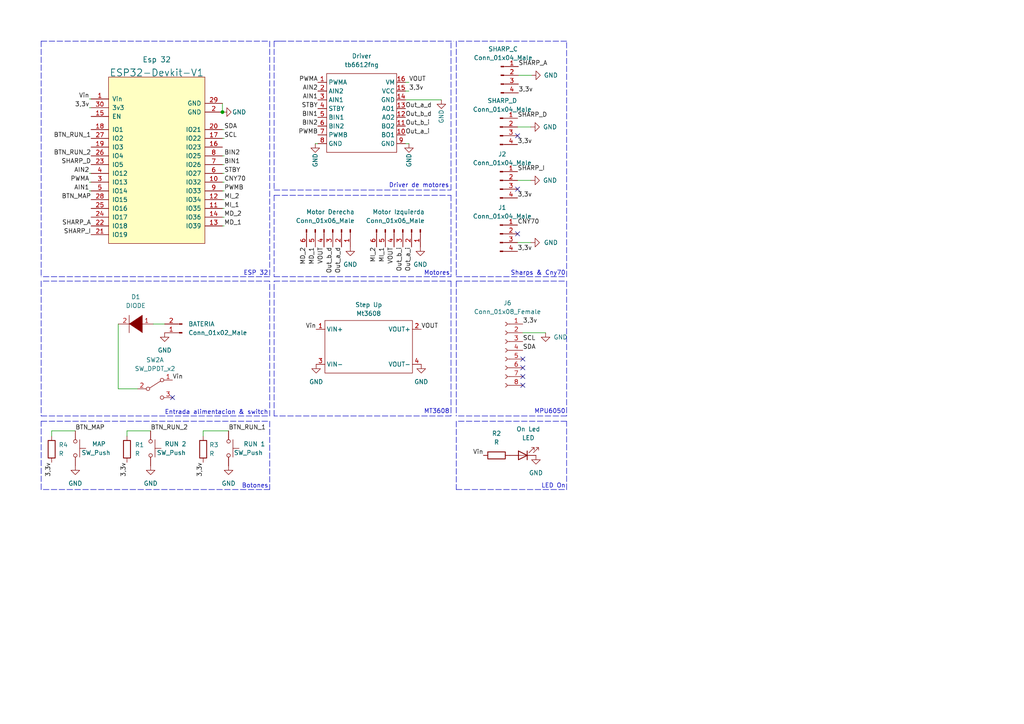
<source format=kicad_sch>
(kicad_sch (version 20211123) (generator eeschema)
  (paper "A4")
  (lib_symbols
    (symbol "Connector:Conn_01x02_Male" (pin_names (offset 1.016) hide)
      (property "Reference" "J" (at 0 2.54 0))
      (property "Value" "Conn_01x02_Male" (at 0 -5.08 0))
      (symbol "Conn_01x02_Male_1_1"
        (polyline (pts (xy 1.27 -2.54) (xy 0.8636 -2.54)) (stroke (width 0.1524)))
        (polyline (pts (xy 1.27 0) (xy 0.8636 0)) (stroke (width 0.1524)))
        (rectangle (start 0.8636 -2.413) (end 0 -2.667) (stroke (width 0.1524)) (fill (type outline)))
        (rectangle (start 0.8636 0.127) (end 0 -0.127) (stroke (width 0.1524)) (fill (type outline)))
        (pin passive line (at 5.08 0 180) (length 3.81) (name "Pin_1") (number "1"))
        (pin passive line (at 5.08 -2.54 180) (length 3.81) (name "Pin_2") (number "2"))
      )
    )
    (symbol "Connector:Conn_01x04_Male" (pin_names (offset 1.016) hide)
      (property "Reference" "J" (at 0 5.08 0))
      (property "Value" "Conn_01x04_Male" (at 0 -7.62 0))
      (symbol "Conn_01x04_Male_1_1"
        (polyline (pts (xy 1.27 -5.08) (xy 0.8636 -5.08)) (stroke (width 0.1524)))
        (polyline (pts (xy 1.27 -2.54) (xy 0.8636 -2.54)) (stroke (width 0.1524)))
        (polyline (pts (xy 1.27 0) (xy 0.8636 0)) (stroke (width 0.1524)))
        (polyline (pts (xy 1.27 2.54) (xy 0.8636 2.54)) (stroke (width 0.1524)))
        (rectangle (start 0.8636 -4.953) (end 0 -5.207) (stroke (width 0.1524)) (fill (type outline)))
        (rectangle (start 0.8636 -2.413) (end 0 -2.667) (stroke (width 0.1524)) (fill (type outline)))
        (rectangle (start 0.8636 0.127) (end 0 -0.127) (stroke (width 0.1524)) (fill (type outline)))
        (rectangle (start 0.8636 2.667) (end 0 2.413) (stroke (width 0.1524)) (fill (type outline)))
        (pin passive line (at 5.08 2.54 180) (length 3.81) (name "Pin_1") (number "1"))
        (pin passive line (at 5.08 0 180) (length 3.81) (name "Pin_2") (number "2"))
        (pin passive line (at 5.08 -2.54 180) (length 3.81) (name "Pin_3") (number "3"))
        (pin passive line (at 5.08 -5.08 180) (length 3.81) (name "Pin_4") (number "4"))
      )
    )
    (symbol "Connector:Conn_01x06_Male" (pin_names (offset 1.016) hide)
      (property "Reference" "J" (at 0 7.62 0))
      (property "Value" "Conn_01x06_Male" (at 0 -10.16 0))
      (symbol "Conn_01x06_Male_1_1"
        (polyline (pts (xy 1.27 -7.62) (xy 0.8636 -7.62)) (stroke (width 0.1524)))
        (polyline (pts (xy 1.27 -5.08) (xy 0.8636 -5.08)) (stroke (width 0.1524)))
        (polyline (pts (xy 1.27 -2.54) (xy 0.8636 -2.54)) (stroke (width 0.1524)))
        (polyline (pts (xy 1.27 0) (xy 0.8636 0)) (stroke (width 0.1524)))
        (polyline (pts (xy 1.27 2.54) (xy 0.8636 2.54)) (stroke (width 0.1524)))
        (polyline (pts (xy 1.27 5.08) (xy 0.8636 5.08)) (stroke (width 0.1524)))
        (rectangle (start 0.8636 -7.493) (end 0 -7.747) (stroke (width 0.1524)) (fill (type outline)))
        (rectangle (start 0.8636 -4.953) (end 0 -5.207) (stroke (width 0.1524)) (fill (type outline)))
        (rectangle (start 0.8636 -2.413) (end 0 -2.667) (stroke (width 0.1524)) (fill (type outline)))
        (rectangle (start 0.8636 0.127) (end 0 -0.127) (stroke (width 0.1524)) (fill (type outline)))
        (rectangle (start 0.8636 2.667) (end 0 2.413) (stroke (width 0.1524)) (fill (type outline)))
        (rectangle (start 0.8636 5.207) (end 0 4.953) (stroke (width 0.1524)) (fill (type outline)))
        (pin passive line (at 5.08 5.08 180) (length 3.81) (name "Pin_1") (number "1"))
        (pin passive line (at 5.08 2.54 180) (length 3.81) (name "Pin_2") (number "2"))
        (pin passive line (at 5.08 0 180) (length 3.81) (name "Pin_3") (number "3"))
        (pin passive line (at 5.08 -2.54 180) (length 3.81) (name "Pin_4") (number "4"))
        (pin passive line (at 5.08 -5.08 180) (length 3.81) (name "Pin_5") (number "5"))
        (pin passive line (at 5.08 -7.62 180) (length 3.81) (name "Pin_6") (number "6"))
      )
    )
    (symbol "Connector:Conn_01x08_Female" (pin_names (offset 1.016) hide)
      (property "Reference" "J" (at 0 10.16 0))
      (property "Value" "Conn_01x08_Female" (at 0 -12.7 0))
      (symbol "Conn_01x08_Female_1_1"
        (arc (start 0 -9.652) (mid -0.508 -10.16) (end 0 -10.668) (stroke (width 0.1524)))
        (arc (start 0 -7.112) (mid -0.508 -7.62) (end 0 -8.128) (stroke (width 0.1524)))
        (arc (start 0 -4.572) (mid -0.508 -5.08) (end 0 -5.588) (stroke (width 0.1524)))
        (arc (start 0 -2.032) (mid -0.508 -2.54) (end 0 -3.048) (stroke (width 0.1524)))
        (polyline (pts (xy -1.27 -10.16) (xy -0.508 -10.16)) (stroke (width 0.1524)))
        (polyline (pts (xy -1.27 -7.62) (xy -0.508 -7.62)) (stroke (width 0.1524)))
        (polyline (pts (xy -1.27 -5.08) (xy -0.508 -5.08)) (stroke (width 0.1524)))
        (polyline (pts (xy -1.27 -2.54) (xy -0.508 -2.54)) (stroke (width 0.1524)))
        (polyline (pts (xy -1.27 0) (xy -0.508 0)) (stroke (width 0.1524)))
        (polyline (pts (xy -1.27 2.54) (xy -0.508 2.54)) (stroke (width 0.1524)))
        (polyline (pts (xy -1.27 5.08) (xy -0.508 5.08)) (stroke (width 0.1524)))
        (polyline (pts (xy -1.27 7.62) (xy -0.508 7.62)) (stroke (width 0.1524)))
        (arc (start 0 0.508) (mid -0.508 0) (end 0 -0.508) (stroke (width 0.1524)))
        (arc (start 0 3.048) (mid -0.508 2.54) (end 0 2.032) (stroke (width 0.1524)))
        (arc (start 0 5.588) (mid -0.508 5.08) (end 0 4.572) (stroke (width 0.1524)))
        (arc (start 0 8.128) (mid -0.508 7.62) (end 0 7.112) (stroke (width 0.1524)))
        (pin passive line (at -5.08 7.62 0) (length 3.81) (name "Pin_1") (number "1"))
        (pin passive line (at -5.08 5.08 0) (length 3.81) (name "Pin_2") (number "2"))
        (pin passive line (at -5.08 2.54 0) (length 3.81) (name "Pin_3") (number "3"))
        (pin passive line (at -5.08 0 0) (length 3.81) (name "Pin_4") (number "4"))
        (pin passive line (at -5.08 -2.54 0) (length 3.81) (name "Pin_5") (number "5"))
        (pin passive line (at -5.08 -5.08 0) (length 3.81) (name "Pin_6") (number "6"))
        (pin passive line (at -5.08 -7.62 0) (length 3.81) (name "Pin_7") (number "7"))
        (pin passive line (at -5.08 -10.16 0) (length 3.81) (name "Pin_8") (number "8"))
      )
    )
    (symbol "Device:LED" (pin_numbers hide) (pin_names (offset 1.016) hide)
      (property "Reference" "D" (at 0 2.54 0))
      (property "Value" "LED" (at 0 -2.54 0))
      (symbol "LED_0_1"
        (polyline (pts (xy -1.27 -1.27) (xy -1.27 1.27)) (stroke (width 0.254)))
        (polyline (pts (xy -1.27 0) (xy 1.27 0)))
        (polyline (pts (xy 1.27 -1.27) (xy 1.27 1.27) (xy -1.27 0) (xy 1.27 -1.27)) (stroke (width 0.254)))
        (polyline (pts (xy -3.048 -0.762) (xy -4.572 -2.286) (xy -3.81 -2.286) (xy -4.572 -2.286) (xy -4.572 -1.524)))
        (polyline (pts (xy -1.778 -0.762) (xy -3.302 -2.286) (xy -2.54 -2.286) (xy -3.302 -2.286) (xy -3.302 -1.524)))
      )
      (symbol "LED_1_1"
        (pin passive line (at -3.81 0 0) (length 2.54) (name "K") (number "1"))
        (pin passive line (at 3.81 0 180) (length 2.54) (name "A") (number "2"))
      )
    )
    (symbol "Device:R" (pin_numbers hide) (pin_names (offset 0))
      (property "Reference" "R" (at 2.032 0 90))
      (property "Value" "R" (at 0 0 90))
      (symbol "R_0_1"
        (rectangle (start -1.016 -2.54) (end 1.016 2.54) (stroke (width 0.254)))
      )
      (symbol "R_1_1"
        (pin passive line (at 0 3.81 270) (length 1.27) (name "~") (number "1"))
        (pin passive line (at 0 -3.81 90) (length 1.27) (name "~") (number "2"))
      )
    )
    (symbol "Switch:SW_DPDT_x2" (pin_names (offset 0) hide)
      (property "Reference" "SW" (at 0 4.318 0))
      (property "Value" "SW_DPDT_x2" (at 0 -5.08 0))
      (symbol "SW_DPDT_x2_0_0"
        (circle (center -2.032 0) (radius 0.508))
        (circle (center 2.032 -2.54) (radius 0.508))
      )
      (symbol "SW_DPDT_x2_0_1"
        (polyline (pts (xy -1.524 0.254) (xy 1.651 2.286)))
        (circle (center 2.032 2.54) (radius 0.508))
      )
      (symbol "SW_DPDT_x2_1_1"
        (pin passive line (at 5.08 2.54 180) (length 2.54) (name "A") (number "1"))
        (pin passive line (at -5.08 0 0) (length 2.54) (name "B") (number "2"))
        (pin passive line (at 5.08 -2.54 180) (length 2.54) (name "C") (number "3"))
      )
      (symbol "SW_DPDT_x2_2_1"
        (pin passive line (at 5.08 2.54 180) (length 2.54) (name "A") (number "4"))
        (pin passive line (at -5.08 0 0) (length 2.54) (name "B") (number "5"))
        (pin passive line (at 5.08 -2.54 180) (length 2.54) (name "C") (number "6"))
      )
    )
    (symbol "Switch:SW_Push" (pin_numbers hide) (pin_names (offset 1.016) hide)
      (property "Reference" "SW" (at 1.27 2.54 0))
      (property "Value" "SW_Push" (at 0 -1.524 0))
      (symbol "SW_Push_0_1"
        (circle (center -2.032 0) (radius 0.508))
        (polyline (pts (xy 0 1.27) (xy 0 3.048)))
        (polyline (pts (xy 2.54 1.27) (xy -2.54 1.27)))
        (circle (center 2.032 0) (radius 0.508))
        (pin passive line (at -5.08 0 0) (length 2.54) (name "1") (number "1"))
        (pin passive line (at 5.08 0 180) (length 2.54) (name "2") (number "2"))
      )
    )
    (symbol "esp32-devkit-v1:ESP32-Devkit-V1" (pin_names (offset 1.016))
      (property "Reference" "U" (at 13.97 -21.59 0))
      (property "Value" "ESP32-Devkit-V1" (at 13.97 -2.54 0))
      (symbol "ESP32-Devkit-V1_0_1"
        (rectangle (start 0 0) (end 27.94 -48.26) (fill (type background)))
      )
      (symbol "ESP32-Devkit-V1_1_1"
        (pin power_in line (at -5.08 -6.35 0) (length 5.08) (name "Vin") (number "1"))
        (pin bidirectional line (at 33.02 -30.48 180) (length 5.08) (name "IO32") (number "10"))
        (pin bidirectional line (at 33.02 -38.1 180) (length 5.08) (name "IO35") (number "11"))
        (pin bidirectional line (at 33.02 -35.56 180) (length 5.08) (name "IO34") (number "12"))
        (pin bidirectional line (at 33.02 -43.18 180) (length 5.08) (name "IO39") (number "13"))
        (pin bidirectional line (at 33.02 -40.64 180) (length 5.08) (name "IO36") (number "14"))
        (pin input line (at -5.08 -11.43 0) (length 5.08) (name "EN") (number "15"))
        (pin bidirectional line (at 33.02 -20.32 180) (length 5.08) (name "IO23") (number "16"))
        (pin bidirectional line (at 33.02 -17.78 180) (length 5.08) (name "IO22") (number "17"))
        (pin bidirectional line (at -5.08 -15.24 0) (length 5.08) (name "IO1") (number "18"))
        (pin bidirectional line (at -5.08 -20.32 0) (length 5.08) (name "IO3") (number "19"))
        (pin power_out line (at 33.02 -10.16 180) (length 5.08) (name "GND") (number "2"))
        (pin bidirectional line (at 33.02 -15.24 180) (length 5.08) (name "IO21") (number "20"))
        (pin bidirectional line (at -5.08 -45.72 0) (length 5.08) (name "IO19") (number "21"))
        (pin bidirectional line (at -5.08 -43.18 0) (length 5.08) (name "IO18") (number "22"))
        (pin bidirectional line (at -5.08 -25.4 0) (length 5.08) (name "IO5") (number "23"))
        (pin bidirectional line (at -5.08 -40.64 0) (length 5.08) (name "IO17") (number "24"))
        (pin bidirectional line (at -5.08 -38.1 0) (length 5.08) (name "IO16") (number "25"))
        (pin bidirectional line (at -5.08 -22.86 0) (length 5.08) (name "IO4") (number "26"))
        (pin bidirectional line (at -5.08 -17.78 0) (length 5.08) (name "IO2") (number "27"))
        (pin bidirectional line (at -5.08 -35.56 0) (length 5.08) (name "IO15") (number "28"))
        (pin power_out line (at 33.02 -7.62 180) (length 5.08) (name "GND") (number "29"))
        (pin bidirectional line (at -5.08 -30.48 0) (length 5.08) (name "IO13") (number "3"))
        (pin power_out line (at -5.08 -8.89 0) (length 5.08) (name "3v3") (number "30"))
        (pin bidirectional line (at -5.08 -27.94 0) (length 5.08) (name "IO12") (number "4"))
        (pin bidirectional line (at -5.08 -33.02 0) (length 5.08) (name "IO14") (number "5"))
        (pin bidirectional line (at 33.02 -27.94 180) (length 5.08) (name "IO27") (number "6"))
        (pin bidirectional line (at 33.02 -25.4 180) (length 5.08) (name "IO26") (number "7"))
        (pin bidirectional line (at 33.02 -22.86 180) (length 5.08) (name "IO25") (number "8"))
        (pin bidirectional line (at 33.02 -33.02 180) (length 5.08) (name "IO33") (number "9"))
      )
    )
    (symbol "power:GND" (power) (pin_names (offset 0))
      (property "Value" "GND" (at 0 -3.81 0))
      (symbol "GND_0_1"
        (polyline (pts (xy 0 0) (xy 0 -1.27) (xy 1.27 -1.27) (xy 0 -2.54) (xy -1.27 -1.27) (xy 0 -1.27)))
      )
      (symbol "GND_1_1"
        (pin power_in line (at 0 0 270) (length 0) hide (name "GND") (number "1"))
      )
    )
    (symbol "propios:Mt3608"
      (property "Reference" "U" (at 0 0 0))
      (property "Value" "Mt3608" (at 0 0 0))
      (symbol "Mt3608_0_1"
        (rectangle (start -12.7 -2.54) (end 12.7 -17.78))
      )
      (symbol "Mt3608_1_1"
        (pin input line (at -15.24 -5.08 0) (length 2.54) (name "VIN+") (number "1"))
        (pin input line (at 15.24 -5.08 180) (length 2.54) (name "VOUT+") (number "2"))
        (pin input line (at -15.24 -15.24 0) (length 2.54) (name "VIN-") (number "3"))
        (pin input line (at 15.24 -15.24 180) (length 2.54) (name "VOUT-") (number "4"))
      )
    )
    (symbol "propios:tb6612fng"
      (property "Reference" "U" (at 0 0 0))
      (property "Value" "tb6612fng" (at 0 0 0))
      (symbol "tb6612fng_0_1"
        (rectangle (start -10.16 -2.54) (end 10.16 -25.4))
      )
      (symbol "tb6612fng_1_1"
        (pin input line (at -12.7 -5.08 0) (length 2.54) (name "PWMA") (number "1"))
        (pin input line (at 12.7 -20.32 180) (length 2.54) (name "BO1") (number "10"))
        (pin input line (at 12.7 -17.78 180) (length 2.54) (name "BO2") (number "11"))
        (pin input line (at 12.7 -15.24 180) (length 2.54) (name "AO2") (number "12"))
        (pin input line (at 12.7 -12.7 180) (length 2.54) (name "AO1") (number "13"))
        (pin input line (at 12.7 -10.16 180) (length 2.54) (name "GND") (number "14"))
        (pin input line (at 12.7 -7.62 180) (length 2.54) (name "VCC") (number "15"))
        (pin input line (at 12.7 -5.08 180) (length 2.54) (name "VM") (number "16"))
        (pin input line (at -12.7 -7.62 0) (length 2.54) (name "AIN2") (number "2"))
        (pin input line (at -12.7 -10.16 0) (length 2.54) (name "AIN1") (number "3"))
        (pin input line (at -12.7 -12.7 0) (length 2.54) (name "STBY") (number "4"))
        (pin input line (at -12.7 -15.24 0) (length 2.54) (name "BIN1") (number "5"))
        (pin input line (at -12.7 -17.78 0) (length 2.54) (name "BIN2") (number "6"))
        (pin input line (at -12.7 -20.32 0) (length 2.54) (name "PWMB") (number "7"))
        (pin input line (at -12.7 -22.86 0) (length 2.54) (name "GND") (number "8"))
        (pin input line (at 12.7 -22.86 180) (length 2.54) (name "GND") (number "9"))
      )
    )
    (symbol "pspice:DIODE" (pin_names (offset 1.016) hide)
      (property "Reference" "D" (at 0 3.81 0))
      (property "Value" "DIODE" (at 0 -4.445 0))
      (symbol "DIODE_0_1"
        (polyline (pts (xy 1.905 2.54) (xy 1.905 -2.54)))
        (polyline (pts (xy -1.905 2.54) (xy -1.905 -2.54) (xy 1.905 0)) (fill (type outline)))
      )
      (symbol "DIODE_1_1"
        (pin input line (at -5.08 0 0) (length 3.81) (name "K") (number "1"))
        (pin input line (at 5.08 0 180) (length 3.81) (name "A") (number "2"))
      )
    )
  )
  (junction (at 64.516 32.512))
  (no_connect (at 150.114 67.818))
  (no_connect (at 50.038 115.316))
  (no_connect (at 151.638 104.14))
  (no_connect (at 151.638 106.68))
  (no_connect (at 151.638 109.22))
  (no_connect (at 151.638 111.76))
  (no_connect (at 150.114 54.864))
  (no_connect (at 150.114 39.37))
  (wire (pts (xy 153.924 52.324) (xy 150.114 52.324)))
  (wire (pts (xy 65.024 52.832) (xy 64.516 52.832)))
  (wire (pts (xy 43.688 124.968) (xy 36.83 124.968)))
  (wire (pts (xy 65.024 37.592) (xy 64.516 37.592)))
  (wire (pts (xy 65.024 60.452) (xy 64.516 60.452)))
  (wire (pts (xy 153.924 36.83) (xy 150.114 36.83)))
  (wire (pts (xy 58.928 124.968) (xy 66.294 124.968)))
  (polyline (pts (xy 11.938 11.938) (xy 78.232 11.938)))
  (wire (pts (xy 25.908 55.372) (xy 26.416 55.372)))
  (wire (pts (xy 65.024 47.752) (xy 64.516 47.752)))
  (wire (pts (xy 65.024 62.992) (xy 64.516 62.992)))
  (wire (pts (xy 34.29 93.98) (xy 34.29 112.776)))
  (wire (pts (xy 118.618 23.876) (xy 117.602 23.876)))
  (polyline (pts (xy 11.938 122.174) (xy 78.232 122.174)))
  (polyline (pts (xy 78.232 80.264) (xy 11.938 80.264)))
  (polyline (pts (xy 79.502 56.642) (xy 79.502 80.264)))
  (wire (pts (xy 128.016 28.956) (xy 117.602 28.956)))
  (polyline (pts (xy 79.502 11.938) (xy 81.28 11.938)))
  (wire (pts (xy 65.024 65.532) (xy 64.516 65.532)))
  (wire (pts (xy 14.986 124.968) (xy 14.986 126.492)))
  (wire (pts (xy 65.024 55.372) (xy 64.516 55.372)))
  (polyline (pts (xy 130.81 56.642) (xy 130.81 80.264)))
  (polyline (pts (xy 79.502 55.118) (xy 130.81 55.118)))
  (polyline (pts (xy 11.938 81.534) (xy 11.938 120.65)))
  (polyline (pts (xy 11.938 141.986) (xy 11.938 122.174)))
  (polyline (pts (xy 132.334 122.174) (xy 132.334 141.986)))
  (polyline (pts (xy 81.28 11.938) (xy 131.572 11.938)))
  (wire (pts (xy 36.83 124.968) (xy 36.83 126.492)))
  (polyline (pts (xy 130.81 81.534) (xy 130.81 120.65)))
  (wire (pts (xy 65.024 40.132) (xy 64.516 40.132)))
  (polyline (pts (xy 164.338 120.65) (xy 132.334 120.65)))
  (wire (pts (xy 118.618 26.416) (xy 117.602 26.416)))
  (polyline (pts (xy 132.334 81.534) (xy 132.334 120.65)))
  (polyline (pts (xy 132.334 81.534) (xy 164.338 81.534)))
  (polyline (pts (xy 164.338 122.174) (xy 132.334 122.174)))
  (polyline (pts (xy 79.502 81.534) (xy 130.81 81.534)))
  (wire (pts (xy 158.242 96.52) (xy 151.638 96.52)))
  (wire (pts (xy 118.618 41.656) (xy 117.602 41.656)))
  (polyline (pts (xy 132.334 11.938) (xy 132.334 80.264)))
  (wire (pts (xy 25.908 31.242) (xy 26.416 31.242)))
  (polyline (pts (xy 79.502 80.264) (xy 130.81 80.264)))
  (polyline (pts (xy 78.232 141.986) (xy 11.938 141.986)))
  (wire (pts (xy 65.024 57.912) (xy 64.516 57.912)))
  (wire (pts (xy 64.516 29.972) (xy 64.516 32.512)))
  (wire (pts (xy 65.024 50.292) (xy 64.516 50.292)))
  (polyline (pts (xy 78.232 81.534) (xy 11.938 81.534)))
  (polyline (pts (xy 132.334 80.264) (xy 164.338 80.264)))
  (wire (pts (xy 21.844 124.968) (xy 14.986 124.968)))
  (wire (pts (xy 39.878 112.776) (xy 34.29 112.776)))
  (polyline (pts (xy 130.81 120.65) (xy 79.502 120.65)))
  (polyline (pts (xy 164.338 11.938) (xy 132.334 11.938)))
  (wire (pts (xy 154.178 21.844) (xy 150.368 21.844)))
  (polyline (pts (xy 78.232 120.65) (xy 78.232 81.534)))
  (polyline (pts (xy 164.338 81.534) (xy 164.338 120.65)))
  (polyline (pts (xy 132.334 141.986) (xy 164.338 141.986)))
  (wire (pts (xy 65.024 45.212) (xy 64.516 45.212)))
  (wire (pts (xy 153.924 70.358) (xy 150.114 70.358)))
  (polyline (pts (xy 164.338 141.986) (xy 164.338 122.174)))
  (polyline (pts (xy 79.502 120.65) (xy 79.502 81.534)))
  (polyline (pts (xy 79.502 56.642) (xy 130.81 56.642)))
  (wire (pts (xy 25.908 52.832) (xy 26.416 52.832)))
  (wire (pts (xy 58.928 124.968) (xy 58.928 126.492)))
  (polyline (pts (xy 11.938 11.938) (xy 11.938 80.264)))
  (polyline (pts (xy 78.232 122.174) (xy 78.232 141.986)))
  (wire (pts (xy 25.908 28.702) (xy 26.416 28.702)))
  (polyline (pts (xy 164.338 80.264) (xy 164.338 11.938)))
  (wire (pts (xy 25.908 50.292) (xy 26.416 50.292)))
  (polyline (pts (xy 78.232 11.938) (xy 78.232 80.264)))
  (polyline (pts (xy 130.81 55.118) (xy 130.81 11.938)))
  (polyline (pts (xy 79.502 11.938) (xy 79.502 55.118)))
  (wire (pts (xy 91.44 41.656) (xy 92.202 41.656)))
  (polyline (pts (xy 11.938 120.65) (xy 78.232 120.65)))
  (wire (pts (xy 44.45 93.98) (xy 47.752 93.98)))
  (text "Driver de motores\n" (at 112.776 54.61 0) (effects (font (size 1.27 1.27)) (justify left bottom)))
  (text "Motores\n" (at 122.936 80.01 0) (effects (font (size 1.27 1.27)) (justify left bottom)))
  (text "LED On\n" (at 156.972 141.732 0) (effects (font (size 1.27 1.27)) (justify left bottom)))
  (text "ESP 32\n" (at 70.612 80.01 0) (effects (font (size 1.27 1.27)) (justify left bottom)))
  (text "Entrada alimentacion & switch\n" (at 47.752 120.396 0) (effects (font (size 1.27 1.27)) (justify left bottom)))
  (text "MPU6050" (at 154.94 120.142 0) (effects (font (size 1.27 1.27)) (justify left bottom)))
  (text "Sharps & Cny70\n" (at 148.082 80.01 0) (effects (font (size 1.27 1.27)) (justify left bottom)))
  (text "MT3608\n" (at 122.936 120.142 0) (effects (font (size 1.27 1.27)) (justify left bottom)))
  (text "Botones\n" (at 70.104 141.732 0) (effects (font (size 1.27 1.27)) (justify left bottom)))
  (label "Out_b_d" (at 117.602 34.036 0))
  (label "Out_b_i" (at 117.602 36.576 0))
  (label "SDA" (at 151.638 101.6 0))
  (label "BTN_RUN_1" (at 66.294 124.968 0))
  (label "3,3v" (at 25.908 31.242 180))
  (label "CNY70" (at 150.114 65.278 0))
  (label "Out_b_d" (at 96.52 71.628 270))
  (label "MI_1" (at 65.024 60.452 0))
  (label "3,3v" (at 36.83 134.112 270))
  (label "Vin" (at 50.038 110.236 0))
  (label "Vin" (at 140.208 132.08 180))
  (label "AIN1" (at 92.202 28.956 180))
  (label "AIN2" (at 25.908 50.292 180))
  (label "Out_a_i" (at 119.38 71.628 270))
  (label "BTN_MAP" (at 21.844 124.968 0))
  (label "3,3v" (at 150.114 41.91 0))
  (label "PWMB" (at 92.202 39.116 180))
  (label "VOUT" (at 93.98 71.628 270))
  (label "MD_1" (at 65.024 65.532 0))
  (label "VOUT" (at 122.174 95.504 0))
  (label "SHARP_D" (at 26.416 47.752 180))
  (label "SHARP_A" (at 26.416 65.532 180))
  (label "MD_1" (at 91.44 71.628 270))
  (label "SCL" (at 151.638 99.06 0))
  (label "AIN1" (at 25.908 55.372 180))
  (label "Vin" (at 91.694 95.504 180))
  (label "VOUT" (at 114.3 71.628 270))
  (label "SHARP_A" (at 150.368 19.304 0))
  (label "Vin" (at 25.908 28.702 180))
  (label "3,3v" (at 14.986 134.112 270))
  (label "Out_a_d" (at 117.602 31.496 0))
  (label "MI_2" (at 65.024 57.912 0))
  (label "BIN1" (at 92.202 34.036 180))
  (label "3,3v" (at 150.368 26.924 0))
  (label "Out_a_d" (at 99.06 71.628 270))
  (label "BIN2" (at 65.024 45.212 0))
  (label "3,3v" (at 150.114 57.404 0))
  (label "MI_1" (at 111.76 71.628 270))
  (label "STBY" (at 65.024 50.292 0))
  (label "BTN_RUN_2" (at 43.688 124.968 0))
  (label "VOUT" (at 118.618 23.876 0))
  (label "AIN2" (at 92.202 26.416 180))
  (label "3,3v" (at 58.928 134.112 270))
  (label "SHARP_I" (at 150.114 49.784 0))
  (label "3,3v" (at 150.114 72.898 0))
  (label "BIN2" (at 92.202 36.576 180))
  (label "3,3v" (at 118.618 26.416 0))
  (label "BTN_RUN_2" (at 26.416 45.212 180))
  (label "BTN_MAP" (at 26.416 57.912 180))
  (label "PWMA" (at 25.908 52.832 180))
  (label "CNY70" (at 65.024 52.832 0))
  (label "MD_2" (at 65.024 62.992 0))
  (label "MD_2" (at 88.9 71.628 270))
  (label "SHARP_D" (at 150.114 34.29 0))
  (label "PWMB" (at 65.024 55.372 0))
  (label "MI_2" (at 109.22 71.628 270))
  (label "BTN_RUN_1" (at 26.416 40.132 180))
  (label "Out_a_i" (at 117.602 39.116 0))
  (label "STBY" (at 92.202 31.496 180))
  (label "PWMA" (at 92.202 23.876 180))
  (label "3,3v" (at 151.638 93.98 0))
  (label "SDA" (at 65.024 37.592 0))
  (label "Out_b_i" (at 116.84 71.628 270))
  (label "SHARP_I" (at 26.416 68.072 180))
  (label "BIN1" (at 65.024 47.752 0))
  (label "SCL" (at 65.024 40.132 0))
  (symbol (lib_id "propios:Mt3608") (at 106.934 90.424 0) (unit 1)
    (property "Reference" "Step Up" (at 106.934 88.392 0))
    (property "Value" "Mt3608" (at 106.934 90.932 0))
    (property "Footprint" "propios:MT3608" (effects hide))
  )
  (symbol (lib_id "power:GND") (at 91.694 105.664 0) (unit 1)
    (property "Reference" "#PWR0106" (effects hide))
    (property "Value" "GND" (at 91.694 110.744 0))
  )
  (symbol (lib_id "power:GND") (at 91.44 41.656 0) (unit 1)
    (property "Reference" "#PWR0117" (effects hide))
    (property "Value" "GND" (at 91.44 44.45 90) (effects (justify right)))
  )
  (symbol (lib_id "Connector:Conn_01x04_Male") (at 145.034 36.83 0) (unit 1)
    (property "Reference" "SHARP_D" (at 145.669 29.21 0))
    (property "Value" "Conn_01x04_Male" (at 145.669 31.75 0))
    (property "Footprint" "Connector_PinHeader_2.54mm:PinHeader_1x04_P2.54mm_Vertical" (effects hide))
  )
  (symbol (lib_id "Connector:Conn_01x06_Male") (at 96.52 66.548 270) (unit 1)
    (property "Reference" "Motor Derecha" (at 102.87 61.468 90) (effects (justify right)))
    (property "Value" "Conn_01x06_Male" (at 102.87 64.008 90) (effects (justify right)))
    (property "Footprint" "Connector_PinHeader_2.54mm:PinHeader_1x06_P2.54mm_Vertical" (effects hide))
  )
  (symbol (lib_id "power:GND") (at 158.242 96.52 0) (unit 1)
    (property "Reference" "#PWR0115" (effects hide))
    (property "Value" "GND" (at 160.528 97.7899 0) (effects (justify left)))
  )
  (symbol (lib_id "Switch:SW_Push") (at 66.294 130.048 270) (unit 1)
    (property "Reference" "RUN 1" (at 70.612 128.7779 90) (effects (justify left)))
    (property "Value" "SW_Push" (at 67.818 131.318 90) (effects (justify left)))
    (property "Footprint" "Button_Switch_THT:SW_PUSH_6mm" (effects hide))
  )
  (symbol (lib_id "power:GND") (at 121.92 71.628 0) (mirror y) (unit 1)
    (property "Reference" "#PWR0112" (effects hide))
    (property "Value" "GND" (at 121.92 76.708 0))
  )
  (symbol (lib_id "power:GND") (at 122.174 105.664 0) (unit 1)
    (property "Reference" "#PWR0103" (effects hide))
    (property "Value" "GND" (at 122.174 110.744 0))
  )
  (symbol (lib_id "Device:R") (at 58.928 130.302 0) (unit 1)
    (property "Reference" "R3" (at 60.706 129.0319 0) (effects (justify left)))
    (property "Value" "R" (at 60.706 131.5719 0) (effects (justify left)))
    (property "Footprint" "Resistor_THT:R_Axial_DIN0207_L6.3mm_D2.5mm_P10.16mm_Horizontal" (effects hide))
  )
  (symbol (lib_id "Connector:Conn_01x02_Male") (at 52.832 96.52 180) (unit 1)
    (property "Reference" "BATERIA" (at 54.61 93.9799 0) (effects (justify right)))
    (property "Value" "Conn_01x02_Male" (at 54.61 96.5199 0) (effects (justify right)))
    (property "Footprint" "Connector_PinHeader_2.54mm:PinHeader_1x02_P2.54mm_Vertical" (effects hide))
  )
  (symbol (lib_id "esp32-devkit-v1:ESP32-Devkit-V1") (at 31.496 22.352 0) (unit 1)
    (property "Reference" "Esp 32" (at 45.466 17.272 0) (effects (font (size 1.524 1.524))))
    (property "Value" "ESP32-Devkit-V1" (at 45.466 21.082 0) (effects (font (size 2.0066 2.0066))))
    (property "Footprint" "DOIT_ESP32:DOIT_ESP32_Devkit_mirko" (effects hide))
  )
  (symbol (lib_id "power:GND") (at 47.752 96.52 0) (unit 1)
    (property "Reference" "#PWR0102" (effects hide))
    (property "Value" "GND" (at 47.752 101.6 0))
  )
  (symbol (lib_id "Device:LED") (at 151.638 132.08 180) (unit 1)
    (property "Reference" "On Led" (at 153.2255 124.46 0))
    (property "Value" "LED" (at 153.2255 127 0))
    (property "Footprint" "LED_THT:LED_D5.0mm" (effects hide))
  )
  (symbol (lib_id "Connector:Conn_01x08_Female") (at 146.558 101.6 0) (mirror y) (unit 1)
    (property "Reference" "J6" (at 147.193 87.884 0))
    (property "Value" "Conn_01x08_Female" (at 147.193 90.424 0))
    (property "Footprint" "Connector_PinSocket_2.54mm:PinSocket_1x08_P2.54mm_Vertical" (effects hide))
  )
  (symbol (lib_id "Device:R") (at 36.83 130.302 0) (unit 1)
    (property "Reference" "R1" (at 39.116 129.0319 0) (effects (justify left)))
    (property "Value" "R" (at 39.116 131.5719 0) (effects (justify left)))
    (property "Footprint" "Resistor_THT:R_Axial_DIN0207_L6.3mm_D2.5mm_P10.16mm_Horizontal" (effects hide))
  )
  (symbol (lib_id "Connector:Conn_01x04_Male") (at 145.288 21.844 0) (unit 1)
    (property "Reference" "SHARP_C" (at 145.923 14.224 0))
    (property "Value" "Conn_01x04_Male" (at 145.923 16.764 0))
    (property "Footprint" "Connector_PinHeader_2.54mm:PinHeader_1x04_P2.54mm_Vertical" (effects hide))
  )
  (symbol (lib_id "power:GND") (at 64.516 32.512 90) (unit 1)
    (property "Reference" "#PWR0119" (effects hide))
    (property "Value" "GND" (at 67.31 32.512 90) (effects (justify right)))
  )
  (symbol (lib_id "Switch:SW_DPDT_x2") (at 44.958 112.776 0) (unit 1)
    (property "Reference" "SW2" (at 44.958 104.394 0))
    (property "Value" "SW_DPDT_x2" (at 44.958 106.934 0))
    (property "Footprint" "Button_Switch_THT:SW_Slide_1P2T_CK_OS102011MS2Q" (effects hide))
  )
  (symbol (lib_id "power:GND") (at 43.688 135.128 0) (unit 1)
    (property "Reference" "#PWR0107" (effects hide))
    (property "Value" "GND" (at 43.688 140.208 0))
  )
  (symbol (lib_id "power:GND") (at 153.924 70.358 90) (unit 1)
    (property "Reference" "#PWR0110" (effects hide))
    (property "Value" "GND" (at 157.734 70.3579 90) (effects (justify right)))
  )
  (symbol (lib_id "power:GND") (at 101.6 71.628 0) (unit 1)
    (property "Reference" "#PWR0101" (effects hide))
    (property "Value" "GND" (at 101.6 76.708 0))
  )
  (symbol (lib_id "Device:R") (at 144.018 132.08 90) (unit 1)
    (property "Reference" "R2" (at 144.018 125.73 90))
    (property "Value" "R" (at 144.018 128.27 90))
    (property "Footprint" "Resistor_THT:R_Axial_DIN0207_L6.3mm_D2.5mm_P10.16mm_Horizontal" (effects hide))
  )
  (symbol (lib_id "power:GND") (at 128.016 28.956 0) (unit 1)
    (property "Reference" "#PWR0116" (effects hide))
    (property "Value" "GND" (at 128.016 31.75 90) (effects (justify right)))
  )
  (symbol (lib_id "propios:tb6612fng") (at 104.902 18.796 0) (unit 1)
    (property "Reference" "Driver" (at 104.902 16.256 0))
    (property "Value" "tb6612fng" (at 104.902 18.796 0))
    (property "Footprint" "propios:tb6612fng" (effects hide))
  )
  (symbol (lib_id "power:GND") (at 154.178 21.844 90) (unit 1)
    (property "Reference" "#PWR0120" (effects hide))
    (property "Value" "GND" (at 157.734 21.8439 90) (effects (justify right)))
  )
  (symbol (lib_id "Connector:Conn_01x06_Male") (at 116.84 66.548 270) (unit 1)
    (property "Reference" "Motor Izquierda" (at 123.19 61.468 90) (effects (justify right)))
    (property "Value" "Conn_01x06_Male" (at 123.19 64.008 90) (effects (justify right)))
    (property "Footprint" "Connector_PinHeader_2.54mm:PinHeader_1x06_P2.54mm_Vertical" (effects hide))
  )
  (symbol (lib_id "power:GND") (at 153.924 52.324 90) (unit 1)
    (property "Reference" "#PWR0113" (effects hide))
    (property "Value" "GND" (at 157.48 52.3239 90) (effects (justify right)))
  )
  (symbol (lib_id "Switch:SW_Push") (at 21.844 130.048 270) (unit 1)
    (property "Reference" "MAP" (at 26.67 128.7779 90) (effects (justify left)))
    (property "Value" "SW_Push" (at 23.622 131.318 90) (effects (justify left)))
    (property "Footprint" "Button_Switch_THT:SW_PUSH_6mm" (effects hide))
  )
  (symbol (lib_id "Connector:Conn_01x04_Male") (at 145.034 67.818 0) (unit 1)
    (property "Reference" "J1" (at 145.669 60.198 0))
    (property "Value" "Conn_01x04_Male" (at 145.669 62.738 0))
    (property "Footprint" "Connector_PinHeader_2.54mm:PinHeader_1x04_P2.54mm_Vertical" (effects hide))
  )
  (symbol (lib_id "power:GND") (at 155.448 132.08 0) (unit 1)
    (property "Reference" "#PWR0114" (effects hide))
    (property "Value" "GND" (at 155.448 137.16 0))
  )
  (symbol (lib_id "power:GND") (at 66.294 135.128 0) (unit 1)
    (property "Reference" "#PWR0109" (effects hide))
    (property "Value" "GND" (at 66.294 140.208 0))
  )
  (symbol (lib_id "pspice:DIODE") (at 39.37 93.98 180) (unit 1)
    (property "Reference" "D1" (at 39.37 86.106 0))
    (property "Value" "DIODE" (at 39.37 88.646 0))
    (property "Footprint" "Diode_THT:D_5W_P12.70mm_Horizontal" (effects hide))
  )
  (symbol (lib_id "Switch:SW_Push") (at 43.688 130.048 270) (unit 1)
    (property "Reference" "RUN 2" (at 47.752 128.7779 90) (effects (justify left)))
    (property "Value" "SW_Push" (at 45.466 131.318 90) (effects (justify left)))
    (property "Footprint" "Button_Switch_THT:SW_PUSH_6mm" (effects hide))
  )
  (symbol (lib_id "Device:R") (at 14.986 130.302 180) (unit 1)
    (property "Reference" "R4" (at 17.018 129.0319 0) (effects (justify right)))
    (property "Value" "R" (at 17.018 131.5719 0) (effects (justify right)))
    (property "Footprint" "Resistor_THT:R_Axial_DIN0207_L6.3mm_D2.5mm_P10.16mm_Horizontal" (effects hide))
  )
  (symbol (lib_id "power:GND") (at 153.924 36.83 90) (unit 1)
    (property "Reference" "#PWR0111" (effects hide))
    (property "Value" "GND" (at 157.48 36.8299 90) (effects (justify right)))
  )
  (symbol (lib_id "power:GND") (at 21.844 135.128 0) (unit 1)
    (property "Reference" "#PWR0108" (effects hide))
    (property "Value" "GND" (at 21.844 140.208 0))
  )
  (symbol (lib_id "Connector:Conn_01x04_Male") (at 145.034 52.324 0) (unit 1)
    (property "Reference" "J2" (at 145.669 44.704 0))
    (property "Value" "Conn_01x04_Male" (at 145.669 47.244 0))
    (property "Footprint" "Connector_PinHeader_2.54mm:PinHeader_1x04_P2.54mm_Vertical" (effects hide))
  )
  (symbol (lib_id "power:GND") (at 118.618 41.656 0) (unit 1)
    (property "Reference" "#PWR0118" (effects hide))
    (property "Value" "GND" (at 118.618 44.45 90) (effects (justify right)))
  )
)
</source>
